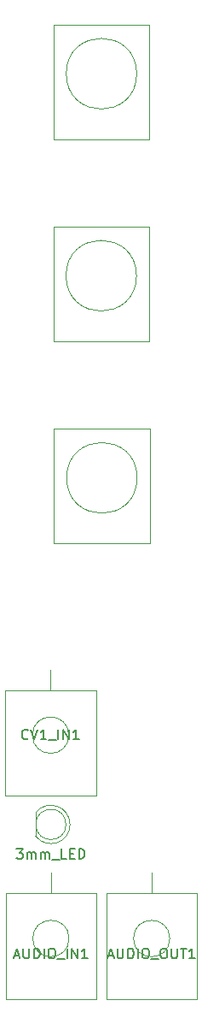
<source format=gbr>
%TF.GenerationSoftware,KiCad,Pcbnew,6.0.11+dfsg-1~bpo11+1*%
%TF.CreationDate,2023-04-14T10:24:11+08:00*%
%TF.ProjectId,MiniVerb - Main,4d696e69-5665-4726-9220-2d204d61696e,rev?*%
%TF.SameCoordinates,Original*%
%TF.FileFunction,AssemblyDrawing,Top*%
%FSLAX46Y46*%
G04 Gerber Fmt 4.6, Leading zero omitted, Abs format (unit mm)*
G04 Created by KiCad (PCBNEW 6.0.11+dfsg-1~bpo11+1) date 2023-04-14 10:24:11*
%MOMM*%
%LPD*%
G01*
G04 APERTURE LIST*
%ADD10C,0.150000*%
%ADD11C,0.100000*%
G04 APERTURE END LIST*
D10*
%TO.C,CV1_IN1*%
X162824781Y-126893075D02*
X162777162Y-126940694D01*
X162634305Y-126988313D01*
X162539067Y-126988313D01*
X162396209Y-126940694D01*
X162300971Y-126845456D01*
X162253352Y-126750218D01*
X162205733Y-126559742D01*
X162205733Y-126416885D01*
X162253352Y-126226409D01*
X162300971Y-126131171D01*
X162396209Y-126035933D01*
X162539067Y-125988313D01*
X162634305Y-125988313D01*
X162777162Y-126035933D01*
X162824781Y-126083552D01*
X163110495Y-125988313D02*
X163443828Y-126988313D01*
X163777162Y-125988313D01*
X164634305Y-126988313D02*
X164062876Y-126988313D01*
X164348590Y-126988313D02*
X164348590Y-125988313D01*
X164253352Y-126131171D01*
X164158114Y-126226409D01*
X164062876Y-126274028D01*
X164824781Y-127083552D02*
X165586686Y-127083552D01*
X165824781Y-126988313D02*
X165824781Y-125988313D01*
X166300971Y-126988313D02*
X166300971Y-125988313D01*
X166872400Y-126988313D01*
X166872400Y-125988313D01*
X167872400Y-126988313D02*
X167300971Y-126988313D01*
X167586686Y-126988313D02*
X167586686Y-125988313D01*
X167491447Y-126131171D01*
X167396209Y-126226409D01*
X167300971Y-126274028D01*
%TO.C,AUDIO_OUT1*%
X170789543Y-148374599D02*
X171265733Y-148374599D01*
X170694305Y-148660313D02*
X171027638Y-147660313D01*
X171360971Y-148660313D01*
X171694305Y-147660313D02*
X171694305Y-148469837D01*
X171741924Y-148565075D01*
X171789543Y-148612694D01*
X171884781Y-148660313D01*
X172075257Y-148660313D01*
X172170495Y-148612694D01*
X172218114Y-148565075D01*
X172265733Y-148469837D01*
X172265733Y-147660313D01*
X172741924Y-148660313D02*
X172741924Y-147660313D01*
X172980019Y-147660313D01*
X173122876Y-147707933D01*
X173218114Y-147803171D01*
X173265733Y-147898409D01*
X173313352Y-148088885D01*
X173313352Y-148231742D01*
X173265733Y-148422218D01*
X173218114Y-148517456D01*
X173122876Y-148612694D01*
X172980019Y-148660313D01*
X172741924Y-148660313D01*
X173741924Y-148660313D02*
X173741924Y-147660313D01*
X174408590Y-147660313D02*
X174599067Y-147660313D01*
X174694305Y-147707933D01*
X174789543Y-147803171D01*
X174837162Y-147993647D01*
X174837162Y-148326980D01*
X174789543Y-148517456D01*
X174694305Y-148612694D01*
X174599067Y-148660313D01*
X174408590Y-148660313D01*
X174313352Y-148612694D01*
X174218114Y-148517456D01*
X174170495Y-148326980D01*
X174170495Y-147993647D01*
X174218114Y-147803171D01*
X174313352Y-147707933D01*
X174408590Y-147660313D01*
X175027638Y-148755552D02*
X175789543Y-148755552D01*
X176218114Y-147660313D02*
X176408590Y-147660313D01*
X176503828Y-147707933D01*
X176599067Y-147803171D01*
X176646686Y-147993647D01*
X176646686Y-148326980D01*
X176599067Y-148517456D01*
X176503828Y-148612694D01*
X176408590Y-148660313D01*
X176218114Y-148660313D01*
X176122876Y-148612694D01*
X176027638Y-148517456D01*
X175980019Y-148326980D01*
X175980019Y-147993647D01*
X176027638Y-147803171D01*
X176122876Y-147707933D01*
X176218114Y-147660313D01*
X177075257Y-147660313D02*
X177075257Y-148469837D01*
X177122876Y-148565075D01*
X177170495Y-148612694D01*
X177265733Y-148660313D01*
X177456209Y-148660313D01*
X177551447Y-148612694D01*
X177599067Y-148565075D01*
X177646686Y-148469837D01*
X177646686Y-147660313D01*
X177980019Y-147660313D02*
X178551447Y-147660313D01*
X178265733Y-148660313D02*
X178265733Y-147660313D01*
X179408590Y-148660313D02*
X178837162Y-148660313D01*
X179122876Y-148660313D02*
X179122876Y-147660313D01*
X179027638Y-147803171D01*
X178932400Y-147898409D01*
X178837162Y-147946028D01*
%TO.C,D1*%
X161690238Y-137812380D02*
X162309285Y-137812380D01*
X161975952Y-138193333D01*
X162118809Y-138193333D01*
X162214047Y-138240952D01*
X162261666Y-138288571D01*
X162309285Y-138383809D01*
X162309285Y-138621904D01*
X162261666Y-138717142D01*
X162214047Y-138764761D01*
X162118809Y-138812380D01*
X161833095Y-138812380D01*
X161737857Y-138764761D01*
X161690238Y-138717142D01*
X162737857Y-138812380D02*
X162737857Y-138145714D01*
X162737857Y-138240952D02*
X162785476Y-138193333D01*
X162880714Y-138145714D01*
X163023571Y-138145714D01*
X163118809Y-138193333D01*
X163166428Y-138288571D01*
X163166428Y-138812380D01*
X163166428Y-138288571D02*
X163214047Y-138193333D01*
X163309285Y-138145714D01*
X163452142Y-138145714D01*
X163547380Y-138193333D01*
X163595000Y-138288571D01*
X163595000Y-138812380D01*
X164071190Y-138812380D02*
X164071190Y-138145714D01*
X164071190Y-138240952D02*
X164118809Y-138193333D01*
X164214047Y-138145714D01*
X164356904Y-138145714D01*
X164452142Y-138193333D01*
X164499761Y-138288571D01*
X164499761Y-138812380D01*
X164499761Y-138288571D02*
X164547380Y-138193333D01*
X164642619Y-138145714D01*
X164785476Y-138145714D01*
X164880714Y-138193333D01*
X164928333Y-138288571D01*
X164928333Y-138812380D01*
X165166428Y-138907619D02*
X165928333Y-138907619D01*
X166642619Y-138812380D02*
X166166428Y-138812380D01*
X166166428Y-137812380D01*
X166975952Y-138288571D02*
X167309285Y-138288571D01*
X167452142Y-138812380D02*
X166975952Y-138812380D01*
X166975952Y-137812380D01*
X167452142Y-137812380D01*
X167880714Y-138812380D02*
X167880714Y-137812380D01*
X168118809Y-137812380D01*
X168261666Y-137860000D01*
X168356904Y-137955238D01*
X168404523Y-138050476D01*
X168452142Y-138240952D01*
X168452142Y-138383809D01*
X168404523Y-138574285D01*
X168356904Y-138669523D01*
X168261666Y-138764761D01*
X168118809Y-138812380D01*
X167880714Y-138812380D01*
%TO.C,AUDIO_IN1*%
X161456209Y-148374599D02*
X161932400Y-148374599D01*
X161360971Y-148660313D02*
X161694305Y-147660313D01*
X162027638Y-148660313D01*
X162360971Y-147660313D02*
X162360971Y-148469837D01*
X162408590Y-148565075D01*
X162456209Y-148612694D01*
X162551447Y-148660313D01*
X162741924Y-148660313D01*
X162837162Y-148612694D01*
X162884781Y-148565075D01*
X162932400Y-148469837D01*
X162932400Y-147660313D01*
X163408590Y-148660313D02*
X163408590Y-147660313D01*
X163646686Y-147660313D01*
X163789543Y-147707933D01*
X163884781Y-147803171D01*
X163932400Y-147898409D01*
X163980019Y-148088885D01*
X163980019Y-148231742D01*
X163932400Y-148422218D01*
X163884781Y-148517456D01*
X163789543Y-148612694D01*
X163646686Y-148660313D01*
X163408590Y-148660313D01*
X164408590Y-148660313D02*
X164408590Y-147660313D01*
X165075257Y-147660313D02*
X165265733Y-147660313D01*
X165360971Y-147707933D01*
X165456209Y-147803171D01*
X165503828Y-147993647D01*
X165503828Y-148326980D01*
X165456209Y-148517456D01*
X165360971Y-148612694D01*
X165265733Y-148660313D01*
X165075257Y-148660313D01*
X164980019Y-148612694D01*
X164884781Y-148517456D01*
X164837162Y-148326980D01*
X164837162Y-147993647D01*
X164884781Y-147803171D01*
X164980019Y-147707933D01*
X165075257Y-147660313D01*
X165694305Y-148755552D02*
X166456209Y-148755552D01*
X166694305Y-148660313D02*
X166694305Y-147660313D01*
X167170495Y-148660313D02*
X167170495Y-147660313D01*
X167741924Y-148660313D01*
X167741924Y-147660313D01*
X168741924Y-148660313D02*
X168170495Y-148660313D01*
X168456209Y-148660313D02*
X168456209Y-147660313D01*
X168360971Y-147803171D01*
X168265733Y-147898409D01*
X168170495Y-147946028D01*
D11*
%TO.C,FEEDBACK_POT1*%
X174849067Y-76240933D02*
X165349067Y-76240933D01*
X165349067Y-87590933D02*
X165349067Y-76240933D01*
X174849067Y-87590933D02*
X174849067Y-76240933D01*
X174849067Y-87590933D02*
X165349067Y-87590933D01*
X173599067Y-81090933D02*
G75*
G03*
X173599067Y-81090933I-3500000J0D01*
G01*
%TO.C,CV1_IN1*%
X169569067Y-132565933D02*
X169569067Y-122165933D01*
X165069067Y-120085933D02*
X165069067Y-122115933D01*
X169569067Y-132565933D02*
X160569067Y-132565933D01*
X169569067Y-122115933D02*
X160569067Y-122115933D01*
X160569067Y-132565933D02*
X160569067Y-122165933D01*
X166869067Y-126565933D02*
G75*
G03*
X166869067Y-126565933I-1800000J0D01*
G01*
%TO.C,AUDIO_OUT1*%
X170599067Y-152687933D02*
X170599067Y-142287933D01*
X179599067Y-142237933D02*
X170599067Y-142237933D01*
X179599067Y-152687933D02*
X179599067Y-142287933D01*
X175099067Y-140207933D02*
X175099067Y-142237933D01*
X179599067Y-152687933D02*
X170599067Y-152687933D01*
X176899067Y-146687933D02*
G75*
G03*
X176899067Y-146687933I-1800000J0D01*
G01*
%TO.C,MOD_POT1*%
X174909067Y-107600933D02*
X174909067Y-96250933D01*
X174909067Y-96250933D02*
X165409067Y-96250933D01*
X165409067Y-107600933D02*
X165409067Y-96250933D01*
X174909067Y-107600933D02*
X165409067Y-107600933D01*
X173659067Y-101100933D02*
G75*
G03*
X173659067Y-101100933I-3500000J0D01*
G01*
%TO.C,LEVEL_POT1*%
X174869067Y-67600933D02*
X165369067Y-67600933D01*
X174869067Y-56250933D02*
X165369067Y-56250933D01*
X174869067Y-67600933D02*
X174869067Y-56250933D01*
X165369067Y-67600933D02*
X165369067Y-56250933D01*
X173619067Y-61100933D02*
G75*
G03*
X173619067Y-61100933I-3500000J0D01*
G01*
%TO.C,D1*%
X163595000Y-134233810D02*
X163595000Y-136566190D01*
X163594445Y-136565476D02*
G75*
G03*
X163595000Y-134233810I1500555J1165476D01*
G01*
X166595000Y-135400000D02*
G75*
G03*
X166595000Y-135400000I-1500000J0D01*
G01*
%TO.C,AUDIO_IN1*%
X169599067Y-152687933D02*
X169599067Y-142287933D01*
X160599067Y-152687933D02*
X160599067Y-142287933D01*
X169599067Y-152687933D02*
X160599067Y-152687933D01*
X165099067Y-140207933D02*
X165099067Y-142237933D01*
X169599067Y-142237933D02*
X160599067Y-142237933D01*
X166899067Y-146687933D02*
G75*
G03*
X166899067Y-146687933I-1800000J0D01*
G01*
%TD*%
M02*

</source>
